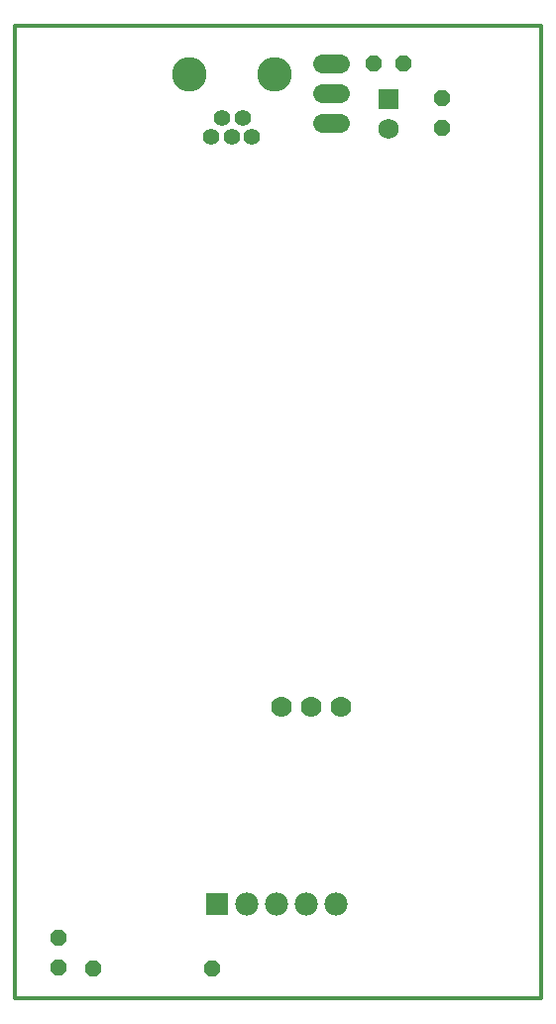
<source format=gbs>
G75*
G70*
%OFA0B0*%
%FSLAX24Y24*%
%IPPOS*%
%LPD*%
%AMOC8*
5,1,8,0,0,1.08239X$1,22.5*
%
%ADD10C,0.0120*%
%ADD11C,0.0700*%
%ADD12C,0.0640*%
%ADD13OC8,0.0560*%
%ADD14R,0.0690X0.0690*%
%ADD15C,0.0690*%
%ADD16C,0.0555*%
%ADD17C,0.1162*%
%ADD18R,0.0780X0.0780*%
%ADD19C,0.0780*%
D10*
X001007Y000170D02*
X018692Y000170D01*
X018692Y032847D01*
X001007Y032847D01*
X001007Y000170D01*
D11*
X009972Y009973D03*
X010972Y009973D03*
X011972Y009973D03*
D12*
X011929Y029587D02*
X011329Y029587D01*
X011329Y030587D02*
X011929Y030587D01*
X011929Y031587D02*
X011329Y031587D01*
D13*
X013070Y031595D03*
X014070Y031595D03*
X015365Y030410D03*
X015365Y029410D03*
X002456Y002206D03*
X002456Y001206D03*
X003637Y001162D03*
X007637Y001162D03*
D14*
X013570Y030391D03*
D15*
X013570Y029391D03*
D16*
X008980Y029125D03*
X008670Y029745D03*
X008310Y029125D03*
X007980Y029745D03*
X007610Y029125D03*
D17*
X006873Y031225D03*
X009747Y031225D03*
D18*
X007814Y003333D03*
D19*
X008814Y003333D03*
X009814Y003333D03*
X010814Y003333D03*
X011814Y003333D03*
M02*

</source>
